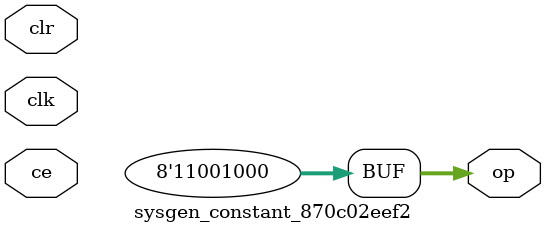
<source format=v>
module sysgen_constant_870c02eef2 (
  output [(8 - 1):0] op,
  input clk,
  input ce,
  input clr);
  assign op = 8'b11001000;
endmodule
</source>
